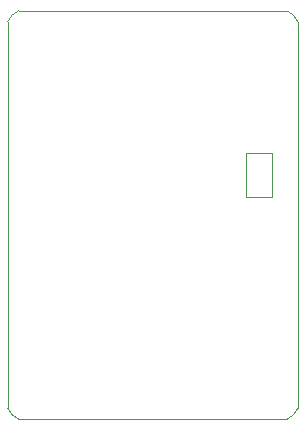
<source format=gbr>
%TF.GenerationSoftware,KiCad,Pcbnew,(7.0.0-0)*%
%TF.CreationDate,2023-02-22T23:04:01+01:00*%
%TF.ProjectId,KNeoPiX_v1.3,4b4e656f-5069-4585-9f76-312e332e6b69,rev?*%
%TF.SameCoordinates,Original*%
%TF.FileFunction,Profile,NP*%
%FSLAX46Y46*%
G04 Gerber Fmt 4.6, Leading zero omitted, Abs format (unit mm)*
G04 Created by KiCad (PCBNEW (7.0.0-0)) date 2023-02-22 23:04:01*
%MOMM*%
%LPD*%
G01*
G04 APERTURE LIST*
%TA.AperFunction,Profile*%
%ADD10C,0.100000*%
%TD*%
%TA.AperFunction,Profile*%
%ADD11C,0.120000*%
%TD*%
G04 APERTURE END LIST*
D10*
X135472283Y-129974766D02*
G75*
G03*
X136386419Y-129063384I-643083J1559166D01*
G01*
X112757709Y-95395215D02*
X135472291Y-95395215D01*
X136386438Y-96306609D02*
G75*
G03*
X135472291Y-95395215I-1557238J-647791D01*
G01*
X136386420Y-129063384D02*
X136386420Y-96306616D01*
X111843562Y-129063391D02*
G75*
G03*
X112757709Y-129974785I1557238J647791D01*
G01*
X112757717Y-95395234D02*
G75*
G03*
X111843581Y-96306616I643083J-1559166D01*
G01*
X111843580Y-96306616D02*
X111843580Y-129063384D01*
X112757709Y-129974785D02*
X135472291Y-129974785D01*
D11*
%TO.C,U1*%
X132031700Y-111133700D02*
X134231700Y-111133700D01*
X132031700Y-111133700D02*
X132031700Y-107463700D01*
X134231700Y-107473700D02*
X134231700Y-111133700D01*
X132031700Y-107463700D02*
X134231700Y-107473700D01*
%TD*%
M02*

</source>
